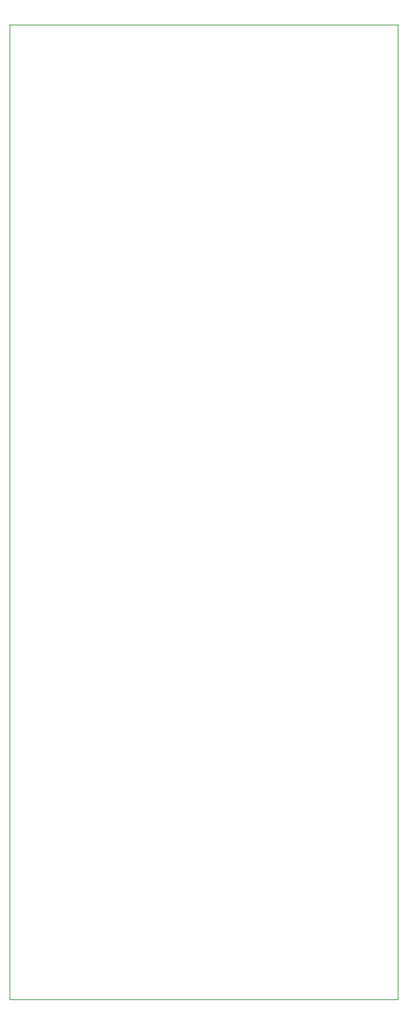
<source format=gm1>
%TF.GenerationSoftware,KiCad,Pcbnew,9.0.4*%
%TF.CreationDate,2025-10-04T20:57:18+02:00*%
%TF.ProjectId,DMH_Dual_VCA_Mk2_PCB_2,444d485f-4475-4616-9c5f-5643415f4d6b,1*%
%TF.SameCoordinates,Original*%
%TF.FileFunction,Profile,NP*%
%FSLAX46Y46*%
G04 Gerber Fmt 4.6, Leading zero omitted, Abs format (unit mm)*
G04 Created by KiCad (PCBNEW 9.0.4) date 2025-10-04 20:57:18*
%MOMM*%
%LPD*%
G01*
G04 APERTURE LIST*
%TA.AperFunction,Profile*%
%ADD10C,0.050000*%
%TD*%
G04 APERTURE END LIST*
D10*
X51000000Y-42500000D02*
X99000000Y-42500000D01*
X99000000Y-163000000D01*
X51000000Y-163000000D01*
X51000000Y-42500000D01*
M02*

</source>
